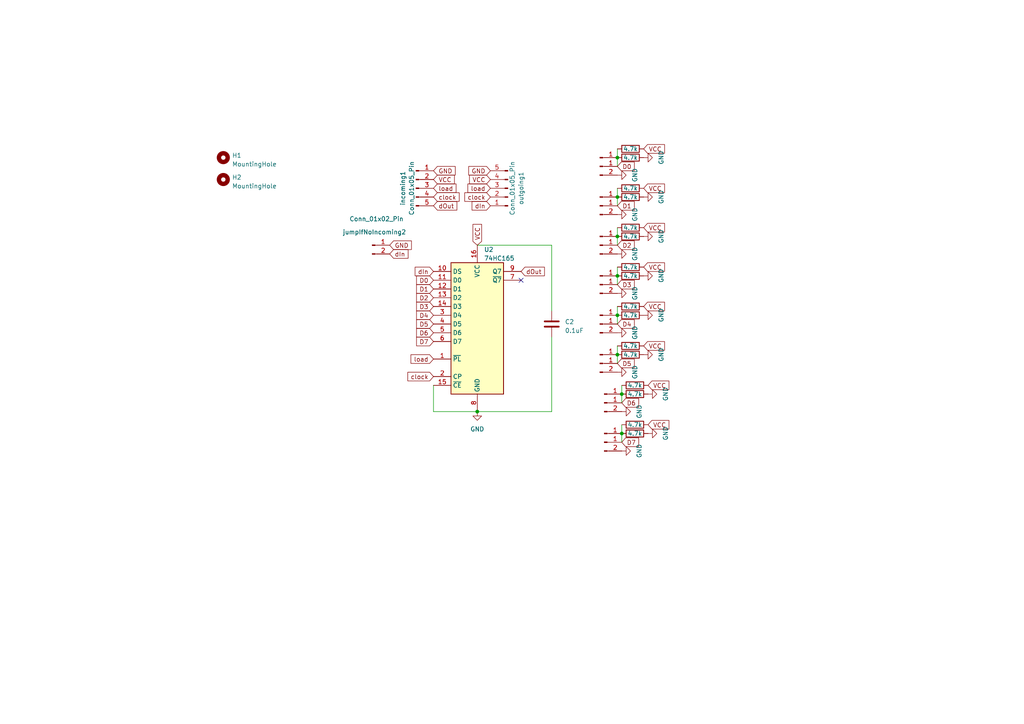
<source format=kicad_sch>
(kicad_sch (version 20230121) (generator eeschema)
  (paper "A4")
  (lib_symbols
    (symbol "74xx:74HC165"
      (property "Reference" "U" (at -7.62 19.05 0))
      (property "Value" "74HC165" (at -7.62 -21.59 0))
      (symbol "74HC165_1_0"
        (pin input line (at -12.7 -10.16 0) (length 5.08) (name "~{PL}") (number "1"))
        (pin input line (at -12.7 15.24 0) (length 5.08) (name "DS") (number "10"))
        (pin input line (at -12.7 12.7 0) (length 5.08) (name "D0") (number "11"))
        (pin input line (at -12.7 10.16 0) (length 5.08) (name "D1") (number "12"))
        (pin input line (at -12.7 7.62 0) (length 5.08) (name "D2") (number "13"))
        (pin input line (at -12.7 5.08 0) (length 5.08) (name "D3") (number "14"))
        (pin input line (at -12.7 -17.78 0) (length 5.08) (name "~{CE}") (number "15"))
        (pin power_in line (at 0 22.86 270) (length 5.08) (name "VCC") (number "16"))
        (pin input line (at -12.7 -15.24 0) (length 5.08) (name "CP") (number "2"))
        (pin input line (at -12.7 2.54 0) (length 5.08) (name "D4") (number "3"))
        (pin input line (at -12.7 0 0) (length 5.08) (name "D5") (number "4"))
        (pin input line (at -12.7 -2.54 0) (length 5.08) (name "D6") (number "5"))
        (pin input line (at -12.7 -5.08 0) (length 5.08) (name "D7") (number "6"))
        (pin output line (at 12.7 12.7 180) (length 5.08) (name "~{Q7}") (number "7"))
        (pin power_in line (at 0 -25.4 90) (length 5.08) (name "GND") (number "8"))
        (pin output line (at 12.7 15.24 180) (length 5.08) (name "Q7") (number "9"))
      )
      (symbol "74HC165_1_1"
        (rectangle (start -7.62 17.78) (end 7.62 -20.32) (stroke (width 0.254)) (fill (type background)))
      )
    )
    (symbol "Connector:Conn_01x01_Pin" (pin_names (offset 1.016) hide)
      (property "Reference" "J" (at 0 2.54 0))
      (property "Value" "Conn_01x01_Pin" (at 0 -2.54 0))
      (symbol "Conn_01x01_Pin_1_1"
        (polyline (pts (xy 1.27 0) (xy 0.8636 0)) (stroke (width 0.1524)))
        (rectangle (start 0.8636 0.127) (end 0 -0.127) (stroke (width 0.1524)) (fill (type outline)))
        (pin passive line (at 5.08 0 180) (length 3.81) (name "Pin_1") (number "1"))
      )
    )
    (symbol "Connector:Conn_01x02_Pin" (pin_names (offset 1.016) hide)
      (property "Reference" "J" (at 0 2.54 0))
      (property "Value" "Conn_01x02_Pin" (at 0 -5.08 0))
      (symbol "Conn_01x02_Pin_1_1"
        (polyline (pts (xy 1.27 -2.54) (xy 0.8636 -2.54)) (stroke (width 0.1524)))
        (polyline (pts (xy 1.27 0) (xy 0.8636 0)) (stroke (width 0.1524)))
        (rectangle (start 0.8636 -2.413) (end 0 -2.667) (stroke (width 0.1524)) (fill (type outline)))
        (rectangle (start 0.8636 0.127) (end 0 -0.127) (stroke (width 0.1524)) (fill (type outline)))
        (pin passive line (at 5.08 0 180) (length 3.81) (name "Pin_1") (number "1"))
        (pin passive line (at 5.08 -2.54 180) (length 3.81) (name "Pin_2") (number "2"))
      )
    )
    (symbol "Connector:Conn_01x05_Pin" (pin_names (offset 1.016) hide)
      (property "Reference" "J" (at 0 7.62 0))
      (property "Value" "Conn_01x05_Pin" (at 0 -7.62 0))
      (symbol "Conn_01x05_Pin_1_1"
        (polyline (pts (xy 1.27 -5.08) (xy 0.8636 -5.08)) (stroke (width 0.1524)))
        (polyline (pts (xy 1.27 -2.54) (xy 0.8636 -2.54)) (stroke (width 0.1524)))
        (polyline (pts (xy 1.27 0) (xy 0.8636 0)) (stroke (width 0.1524)))
        (polyline (pts (xy 1.27 2.54) (xy 0.8636 2.54)) (stroke (width 0.1524)))
        (polyline (pts (xy 1.27 5.08) (xy 0.8636 5.08)) (stroke (width 0.1524)))
        (rectangle (start 0.8636 -4.953) (end 0 -5.207) (stroke (width 0.1524)) (fill (type outline)))
        (rectangle (start 0.8636 -2.413) (end 0 -2.667) (stroke (width 0.1524)) (fill (type outline)))
        (rectangle (start 0.8636 0.127) (end 0 -0.127) (stroke (width 0.1524)) (fill (type outline)))
        (rectangle (start 0.8636 2.667) (end 0 2.413) (stroke (width 0.1524)) (fill (type outline)))
        (rectangle (start 0.8636 5.207) (end 0 4.953) (stroke (width 0.1524)) (fill (type outline)))
        (pin passive line (at 5.08 5.08 180) (length 3.81) (name "Pin_1") (number "1"))
        (pin passive line (at 5.08 2.54 180) (length 3.81) (name "Pin_2") (number "2"))
        (pin passive line (at 5.08 0 180) (length 3.81) (name "Pin_3") (number "3"))
        (pin passive line (at 5.08 -2.54 180) (length 3.81) (name "Pin_4") (number "4"))
        (pin passive line (at 5.08 -5.08 180) (length 3.81) (name "Pin_5") (number "5"))
      )
    )
    (symbol "Device:C" (pin_numbers hide) (pin_names (offset 0.254))
      (property "Reference" "C" (at 0.635 2.54 0))
      (property "Value" "C" (at 0.635 -2.54 0))
      (symbol "C_0_1"
        (polyline (pts (xy -2.032 -0.762) (xy 2.032 -0.762)) (stroke (width 0.508)))
        (polyline (pts (xy -2.032 0.762) (xy 2.032 0.762)) (stroke (width 0.508)))
      )
      (symbol "C_1_1"
        (pin passive line (at 0 3.81 270) (length 2.794) (name "~") (number "1"))
        (pin passive line (at 0 -3.81 90) (length 2.794) (name "~") (number "2"))
      )
    )
    (symbol "Device:R" (pin_numbers hide) (pin_names (offset 0))
      (property "Reference" "R" (at 2.032 0 90))
      (property "Value" "R" (at 0 0 90))
      (symbol "R_0_1"
        (rectangle (start -1.016 -2.54) (end 1.016 2.54) (stroke (width 0.254)))
      )
      (symbol "R_1_1"
        (pin passive line (at 0 3.81 270) (length 1.27) (name "~") (number "1"))
        (pin passive line (at 0 -3.81 90) (length 1.27) (name "~") (number "2"))
      )
    )
    (symbol "Mechanical:MountingHole" (pin_names (offset 1.016))
      (property "Reference" "H" (at 0 5.08 0))
      (property "Value" "MountingHole" (at 0 3.175 0))
      (symbol "MountingHole_0_1"
        (circle (center 0 0) (radius 1.27) (stroke (width 1.27)))
      )
    )
    (symbol "power:GND" (power) (pin_names (offset 0))
      (property "Value" "GND" (at 0 -3.81 0))
      (symbol "GND_0_1"
        (polyline (pts (xy 0 0) (xy 0 -1.27) (xy 1.27 -1.27) (xy 0 -2.54) (xy -1.27 -1.27) (xy 0 -1.27)))
      )
      (symbol "GND_1_1"
        (pin power_in line (at 0 0 270) (length 0) hide (name "GND") (number "1"))
      )
    )
  )
  (junction (at 138.43 119.38))
  (junction (at 179.07 102.87))
  (junction (at 179.07 68.58))
  (junction (at 180.34 125.73))
  (junction (at 179.07 80.01))
  (junction (at 179.07 91.44))
  (junction (at 179.07 45.72))
  (junction (at 179.07 57.15))
  (junction (at 180.34 114.3))
  (no_connect (at 151.13 81.28))
  (wire (pts (xy 160.02 119.38) (xy 160.02 97.79)))
  (wire (pts (xy 138.43 71.12) (xy 160.02 71.12)))
  (wire (pts (xy 160.02 71.12) (xy 160.02 90.17)))
  (wire (pts (xy 179.07 80.01) (xy 179.07 82.55)))
  (wire (pts (xy 180.34 111.76) (xy 180.34 114.3)))
  (wire (pts (xy 179.07 91.44) (xy 179.07 93.98)))
  (wire (pts (xy 180.34 114.3) (xy 180.34 116.84)))
  (wire (pts (xy 179.07 57.15) (xy 179.07 59.69)))
  (wire (pts (xy 179.07 100.33) (xy 179.07 102.87)))
  (wire (pts (xy 138.43 119.38) (xy 160.02 119.38)))
  (wire (pts (xy 179.07 77.47) (xy 179.07 80.01)))
  (wire (pts (xy 180.34 125.73) (xy 180.34 128.27)))
  (wire (pts (xy 179.07 43.18) (xy 179.07 45.72)))
  (wire (pts (xy 179.07 66.04) (xy 179.07 68.58)))
  (wire (pts (xy 180.34 123.19) (xy 180.34 125.73)))
  (wire (pts (xy 125.73 119.38) (xy 138.43 119.38)))
  (wire (pts (xy 179.07 102.87) (xy 179.07 105.41)))
  (wire (pts (xy 179.07 88.9) (xy 179.07 91.44)))
  (wire (pts (xy 179.07 54.61) (xy 179.07 57.15)))
  (wire (pts (xy 125.73 111.76) (xy 125.73 119.38)))
  (wire (pts (xy 179.07 45.72) (xy 179.07 48.26)))
  (wire (pts (xy 179.07 68.58) (xy 179.07 71.12)))
  (global_label "D5" (shape input) (at 125.73 93.98 180) (property "Intersheetrefs" "${INTERSHEET_REFS}" (effects hide)))
  (global_label "VCC" (shape input) (at 186.69 100.33 0) (property "Intersheetrefs" "${INTERSHEET_REFS}" (effects hide)))
  (global_label "load" (shape input) (at 125.73 104.14 180) (property "Intersheetrefs" "${INTERSHEET_REFS}" (effects hide)))
  (global_label "VCC" (shape input) (at 186.69 77.47 0) (property "Intersheetrefs" "${INTERSHEET_REFS}" (effects hide)))
  (global_label "D6" (shape input) (at 180.34 116.84 0) (property "Intersheetrefs" "${INTERSHEET_REFS}" (effects hide)))
  (global_label "VCC" (shape input) (at 186.69 88.9 0) (property "Intersheetrefs" "${INTERSHEET_REFS}" (effects hide)))
  (global_label "clock" (shape input) (at 142.24 57.15 180) (property "Intersheetrefs" "${INTERSHEET_REFS}" (effects hide)))
  (global_label "GND" (shape input) (at 125.73 49.53 0) (property "Intersheetrefs" "${INTERSHEET_REFS}" (effects hide)))
  (global_label "VCC" (shape input) (at 142.24 52.07 180) (property "Intersheetrefs" "${INTERSHEET_REFS}" (effects hide)))
  (global_label "D4" (shape input) (at 179.07 93.98 0) (property "Intersheetrefs" "${INTERSHEET_REFS}" (effects hide)))
  (global_label "D7" (shape input) (at 180.34 128.27 0) (property "Intersheetrefs" "${INTERSHEET_REFS}" (effects hide)))
  (global_label "VCC" (shape input) (at 138.43 71.12 90) (property "Intersheetrefs" "${INTERSHEET_REFS}" (effects hide)))
  (global_label "VCC" (shape input) (at 186.69 43.18 0) (property "Intersheetrefs" "${INTERSHEET_REFS}" (effects hide)))
  (global_label "VCC" (shape input) (at 186.69 54.61 0) (property "Intersheetrefs" "${INTERSHEET_REFS}" (effects hide)))
  (global_label "D1" (shape input) (at 179.07 59.69 0) (property "Intersheetrefs" "${INTERSHEET_REFS}" (effects hide)))
  (global_label "D0" (shape input) (at 125.73 81.28 180) (property "Intersheetrefs" "${INTERSHEET_REFS}" (effects hide)))
  (global_label "clock" (shape input) (at 125.73 57.15 0) (property "Intersheetrefs" "${INTERSHEET_REFS}" (effects hide)))
  (global_label "D7" (shape input) (at 125.73 99.06 180) (property "Intersheetrefs" "${INTERSHEET_REFS}" (effects hide)))
  (global_label "dOut" (shape input) (at 125.73 59.69 0) (property "Intersheetrefs" "${INTERSHEET_REFS}" (effects hide)))
  (global_label "dIn" (shape input) (at 113.03 73.66 0) (property "Intersheetrefs" "${INTERSHEET_REFS}" (effects hide)))
  (global_label "dIn" (shape input) (at 142.24 59.69 180) (property "Intersheetrefs" "${INTERSHEET_REFS}" (effects hide)))
  (global_label "D0" (shape input) (at 179.07 48.26 0) (property "Intersheetrefs" "${INTERSHEET_REFS}" (effects hide)))
  (global_label "load" (shape input) (at 142.24 54.61 180) (property "Intersheetrefs" "${INTERSHEET_REFS}" (effects hide)))
  (global_label "VCC" (shape input) (at 187.96 111.76 0) (property "Intersheetrefs" "${INTERSHEET_REFS}" (effects hide)))
  (global_label "GND" (shape input) (at 113.03 71.12 0) (property "Intersheetrefs" "${INTERSHEET_REFS}" (effects hide)))
  (global_label "VCC" (shape input) (at 125.73 52.07 0) (property "Intersheetrefs" "${INTERSHEET_REFS}" (effects hide)))
  (global_label "D2" (shape input) (at 179.07 71.12 0) (property "Intersheetrefs" "${INTERSHEET_REFS}" (effects hide)))
  (global_label "GND" (shape input) (at 142.24 49.53 180) (property "Intersheetrefs" "${INTERSHEET_REFS}" (effects hide)))
  (global_label "D4" (shape input) (at 125.73 91.44 180) (property "Intersheetrefs" "${INTERSHEET_REFS}" (effects hide)))
  (global_label "VCC" (shape input) (at 187.96 123.19 0) (property "Intersheetrefs" "${INTERSHEET_REFS}" (effects hide)))
  (global_label "dOut" (shape input) (at 151.13 78.74 0) (property "Intersheetrefs" "${INTERSHEET_REFS}" (effects hide)))
  (global_label "D1" (shape input) (at 125.73 83.82 180) (property "Intersheetrefs" "${INTERSHEET_REFS}" (effects hide)))
  (global_label "D2" (shape input) (at 125.73 86.36 180) (property "Intersheetrefs" "${INTERSHEET_REFS}" (effects hide)))
  (global_label "D6" (shape input) (at 125.73 96.52 180) (property "Intersheetrefs" "${INTERSHEET_REFS}" (effects hide)))
  (global_label "VCC" (shape input) (at 186.69 66.04 0) (property "Intersheetrefs" "${INTERSHEET_REFS}" (effects hide)))
  (global_label "D3" (shape input) (at 179.07 82.55 0) (property "Intersheetrefs" "${INTERSHEET_REFS}" (effects hide)))
  (global_label "dIn" (shape input) (at 125.73 78.74 180) (property "Intersheetrefs" "${INTERSHEET_REFS}" (effects hide)))
  (global_label "load" (shape input) (at 125.73 54.61 0) (property "Intersheetrefs" "${INTERSHEET_REFS}" (effects hide)))
  (global_label "D3" (shape input) (at 125.73 88.9 180) (property "Intersheetrefs" "${INTERSHEET_REFS}" (effects hide)))
  (global_label "D5" (shape input) (at 179.07 105.41 0) (property "Intersheetrefs" "${INTERSHEET_REFS}" (effects hide)))
  (global_label "clock" (shape input) (at 125.73 109.22 180) (property "Intersheetrefs" "${INTERSHEET_REFS}" (effects hide)))
  (symbol (lib_id "Connector:Conn_01x05_Pin") (at 120.65 54.61 0) (unit 1)
    (property "Reference" "incoming1" (at 116.84 54.61 90))
    (property "Value" "Conn_01x05_Pin" (at 119.38 54.61 90))
    (property "Footprint" "Connector_Molex:Molex_KK-254_AE-6410-05A_1x05_P2.54mm_Vertical" (effects hide))
  )
  (symbol (lib_id "power:GND") (at 186.69 57.15 90) (unit 1)
    (property "Reference" "#PWR06" (effects hide))
    (property "Value" "GND" (at 191.77 57.15 0))
  )
  (symbol (lib_id "power:GND") (at 180.34 119.38 90) (unit 1)
    (property "Reference" "#PWR015" (effects hide))
    (property "Value" "GND" (at 185.42 119.38 0))
  )
  (symbol (lib_id "power:GND") (at 187.96 125.73 90) (unit 1)
    (property "Reference" "#PWR018" (effects hide))
    (property "Value" "GND" (at 193.04 125.73 0))
  )
  (symbol (lib_id "Connector:Conn_01x01_Pin") (at 173.99 45.72 0) (unit 1)
    (property "Reference" "J1" (effects hide))
    (property "Value" "Conn_01x01_Pin" (effects hide))
    (property "Footprint" "Connector_PinHeader_2.54mm:PinHeader_1x01_P2.54mm_Vertical" (effects hide))
  )
  (symbol (lib_id "Connector:Conn_01x02_Pin") (at 175.26 116.84 0) (unit 1)
    (property "Reference" "D14" (effects hide))
    (property "Value" "Conn_01x02_Pin" (effects hide))
    (property "Footprint" "Connector_Molex:Molex_KK-254_AE-6410-02A_1x02_P2.54mm_Vertical" (effects hide))
  )
  (symbol (lib_id "power:GND") (at 179.07 50.8 90) (unit 1)
    (property "Reference" "#PWR04" (effects hide))
    (property "Value" "GND" (at 184.15 50.8 0))
  )
  (symbol (lib_id "Device:R") (at 182.88 57.15 90) (unit 1)
    (property "Reference" "R4" (effects hide))
    (property "Value" "4.7k" (at 182.88 57.15 90))
    (property "Footprint" "Resistor_SMD:R_0805_2012Metric_Pad1.20x1.40mm_HandSolder" (effects hide))
  )
  (symbol (lib_id "power:GND") (at 179.07 96.52 90) (unit 1)
    (property "Reference" "#PWR011" (effects hide))
    (property "Value" "GND" (at 184.15 96.52 0))
  )
  (symbol (lib_id "power:GND") (at 179.07 107.95 90) (unit 1)
    (property "Reference" "#PWR013" (effects hide))
    (property "Value" "GND" (at 184.15 107.95 0))
  )
  (symbol (lib_id "Mechanical:MountingHole") (at 64.77 45.72 0) (unit 1)
    (property "Reference" "H1" (at 67.31 45.085 0) (effects (justify left)))
    (property "Value" "MountingHole" (at 67.31 47.625 0) (effects (justify left)))
    (property "Footprint" "MountingHole:MountingHole_3.2mm_M3" (effects hide))
  )
  (symbol (lib_id "Mechanical:MountingHole") (at 64.77 52.07 0) (unit 1)
    (property "Reference" "H2" (at 67.31 51.435 0) (effects (justify left)))
    (property "Value" "MountingHole" (at 67.31 53.975 0) (effects (justify left)))
    (property "Footprint" "MountingHole:MountingHole_3.2mm_M3" (effects hide))
  )
  (symbol (lib_id "Device:R") (at 182.88 91.44 90) (unit 1)
    (property "Reference" "R10" (effects hide))
    (property "Value" "4.7k" (at 182.88 91.44 90))
    (property "Footprint" "Resistor_SMD:R_0805_2012Metric_Pad1.20x1.40mm_HandSolder" (effects hide))
  )
  (symbol (lib_id "power:GND") (at 186.69 68.58 90) (unit 1)
    (property "Reference" "#PWR08" (effects hide))
    (property "Value" "GND" (at 191.77 68.58 0))
  )
  (symbol (lib_id "Device:R") (at 182.88 43.18 90) (unit 1)
    (property "Reference" "R1" (effects hide))
    (property "Value" "4.7k" (at 182.88 43.18 90))
    (property "Footprint" "Resistor_SMD:R_0805_2012Metric_Pad1.20x1.40mm_HandSolder" (effects hide))
  )
  (symbol (lib_id "Connector:Conn_01x02_Pin") (at 173.99 93.98 0) (unit 1)
    (property "Reference" "D12" (effects hide))
    (property "Value" "Conn_01x02_Pin" (effects hide))
    (property "Footprint" "Connector_Molex:Molex_KK-254_AE-6410-02A_1x02_P2.54mm_Vertical" (effects hide))
  )
  (symbol (lib_id "Connector:Conn_01x01_Pin") (at 175.26 125.73 0) (unit 1)
    (property "Reference" "J8" (effects hide))
    (property "Value" "Conn_01x01_Pin" (effects hide))
    (property "Footprint" "Connector_PinHeader_2.54mm:PinHeader_1x01_P2.54mm_Vertical" (effects hide))
  )
  (symbol (lib_id "Connector:Conn_01x02_Pin") (at 173.99 71.12 0) (unit 1)
    (property "Reference" "D10" (effects hide))
    (property "Value" "Conn_01x02_Pin" (effects hide))
    (property "Footprint" "Connector_Molex:Molex_KK-254_AE-6410-02A_1x02_P2.54mm_Vertical" (effects hide))
  )
  (symbol (lib_id "Device:R") (at 184.15 114.3 90) (unit 1)
    (property "Reference" "R14" (effects hide))
    (property "Value" "4.7k" (at 184.15 114.3 90))
    (property "Footprint" "Resistor_SMD:R_0805_2012Metric_Pad1.20x1.40mm_HandSolder" (effects hide))
  )
  (symbol (lib_id "power:GND") (at 138.43 119.38 0) (unit 1)
    (property "Reference" "#PWR02" (effects hide))
    (property "Value" "GND" (at 138.43 124.46 0))
  )
  (symbol (lib_id "Connector:Conn_01x01_Pin") (at 173.99 68.58 0) (unit 1)
    (property "Reference" "J3" (effects hide))
    (property "Value" "Conn_01x01_Pin" (effects hide))
    (property "Footprint" "Connector_PinHeader_2.54mm:PinHeader_1x01_P2.54mm_Vertical" (effects hide))
  )
  (symbol (lib_id "Connector:Conn_01x02_Pin") (at 173.99 59.69 0) (unit 1)
    (property "Reference" "D9" (effects hide))
    (property "Value" "Conn_01x02_Pin" (effects hide))
    (property "Footprint" "Connector_Molex:Molex_KK-254_AE-6410-02A_1x02_P2.54mm_Vertical" (effects hide))
  )
  (symbol (lib_id "power:GND") (at 186.69 102.87 90) (unit 1)
    (property "Reference" "#PWR014" (effects hide))
    (property "Value" "GND" (at 191.77 102.87 0))
  )
  (symbol (lib_id "Device:R") (at 182.88 66.04 90) (unit 1)
    (property "Reference" "R5" (effects hide))
    (property "Value" "4.7k" (at 182.88 66.04 90))
    (property "Footprint" "Resistor_SMD:R_0805_2012Metric_Pad1.20x1.40mm_HandSolder" (effects hide))
  )
  (symbol (lib_id "Device:R") (at 182.88 80.01 90) (unit 1)
    (property "Reference" "R8" (effects hide))
    (property "Value" "4.7k" (at 182.88 80.01 90))
    (property "Footprint" "Resistor_SMD:R_0805_2012Metric_Pad1.20x1.40mm_HandSolder" (effects hide))
  )
  (symbol (lib_id "power:GND") (at 187.96 114.3 90) (unit 1)
    (property "Reference" "#PWR016" (effects hide))
    (property "Value" "GND" (at 193.04 114.3 0))
  )
  (symbol (lib_id "Device:R") (at 184.15 111.76 90) (unit 1)
    (property "Reference" "R13" (effects hide))
    (property "Value" "4.7k" (at 184.15 111.76 90))
    (property "Footprint" "Resistor_SMD:R_0805_2012Metric_Pad1.20x1.40mm_HandSolder" (effects hide))
  )
  (symbol (lib_id "Device:R") (at 182.88 45.72 90) (unit 1)
    (property "Reference" "R2" (effects hide))
    (property "Value" "4.7k" (at 182.88 45.72 90))
    (property "Footprint" "Resistor_SMD:R_0805_2012Metric_Pad1.20x1.40mm_HandSolder" (effects hide))
  )
  (symbol (lib_id "Connector:Conn_01x02_Pin") (at 175.26 128.27 0) (unit 1)
    (property "Reference" "D15" (effects hide))
    (property "Value" "Conn_01x02_Pin" (effects hide))
    (property "Footprint" "Connector_Molex:Molex_KK-254_AE-6410-02A_1x02_P2.54mm_Vertical" (effects hide))
  )
  (symbol (lib_id "Connector:Conn_01x02_Pin") (at 173.99 105.41 0) (unit 1)
    (property "Reference" "D13" (effects hide))
    (property "Value" "Conn_01x02_Pin" (effects hide))
    (property "Footprint" "Connector_Molex:Molex_KK-254_AE-6410-02A_1x02_P2.54mm_Vertical" (effects hide))
  )
  (symbol (lib_id "Connector:Conn_01x01_Pin") (at 173.99 80.01 0) (unit 1)
    (property "Reference" "J4" (effects hide))
    (property "Value" "Conn_01x01_Pin" (effects hide))
    (property "Footprint" "Connector_PinHeader_2.54mm:PinHeader_1x01_P2.54mm_Vertical" (effects hide))
  )
  (symbol (lib_id "power:GND") (at 179.07 85.09 90) (unit 1)
    (property "Reference" "#PWR09" (effects hide))
    (property "Value" "GND" (at 184.15 85.09 0))
  )
  (symbol (lib_id "Device:R") (at 182.88 88.9 90) (unit 1)
    (property "Reference" "R9" (effects hide))
    (property "Value" "4.7k" (at 182.88 88.9 90))
    (property "Footprint" "Resistor_SMD:R_0805_2012Metric_Pad1.20x1.40mm_HandSolder" (effects hide))
  )
  (symbol (lib_id "Connector:Conn_01x02_Pin") (at 173.99 48.26 0) (unit 1)
    (property "Reference" "D8" (effects hide))
    (property "Value" "Conn_01x02_Pin" (effects hide))
    (property "Footprint" "Connector_Molex:Molex_KK-254_AE-6410-02A_1x02_P2.54mm_Vertical" (effects hide))
  )
  (symbol (lib_id "Device:R") (at 182.88 100.33 90) (unit 1)
    (property "Reference" "R11" (effects hide))
    (property "Value" "4.7k" (at 182.88 100.33 90))
    (property "Footprint" "Resistor_SMD:R_0805_2012Metric_Pad1.20x1.40mm_HandSolder" (effects hide))
  )
  (symbol (lib_id "power:GND") (at 186.69 45.72 90) (unit 1)
    (property "Reference" "#PWR03" (effects hide))
    (property "Value" "GND" (at 191.77 45.72 0))
  )
  (symbol (lib_id "Device:R") (at 182.88 102.87 90) (unit 1)
    (property "Reference" "R12" (effects hide))
    (property "Value" "4.7k" (at 182.88 102.87 90))
    (property "Footprint" "Resistor_SMD:R_0805_2012Metric_Pad1.20x1.40mm_HandSolder" (effects hide))
  )
  (symbol (lib_id "Device:C") (at 160.02 93.98 0) (unit 1)
    (property "Reference" "C2" (at 163.83 93.345 0) (effects (justify left)))
    (property "Value" "0.1uF" (at 163.83 95.885 0) (effects (justify left)))
    (property "Footprint" "Capacitor_SMD:C_0805_2012Metric_Pad1.18x1.45mm_HandSolder" (effects hide))
  )
  (symbol (lib_id "Connector:Conn_01x02_Pin") (at 107.95 71.12 0) (unit 1)
    (property "Reference" "jumpIfNoIncoming2" (at 108.585 67.31 0))
    (property "Value" "Conn_01x02_Pin" (at 109.22 63.5 0))
    (property "Footprint" "Jumper:SolderJumper-2_P1.3mm_Open_RoundedPad1.0x1.5mm" (effects hide))
  )
  (symbol (lib_id "Connector:Conn_01x01_Pin") (at 173.99 91.44 0) (unit 1)
    (property "Reference" "J5" (effects hide))
    (property "Value" "Conn_01x01_Pin" (effects hide))
    (property "Footprint" "Connector_PinHeader_2.54mm:PinHeader_1x01_P2.54mm_Vertical" (effects hide))
  )
  (symbol (lib_id "74xx:74HC165") (at 138.43 93.98 0) (unit 1)
    (property "Reference" "U2" (at 140.3859 72.39 0) (effects (justify left)))
    (property "Value" "74HC165" (at 140.3859 74.93 0) (effects (justify left)))
    (property "Footprint" "Package_SO:SOIC-16_3.9x9.9mm_P1.27mm" (effects hide))
    (property "Datasheet" "https://assets.nexperia.com/documents/data-sheet/74HC_HCT165.pdf" (effects hide))
  )
  (symbol (lib_id "Device:R") (at 184.15 123.19 90) (unit 1)
    (property "Reference" "R15" (effects hide))
    (property "Value" "4.7k" (at 184.15 123.19 90))
    (property "Footprint" "Resistor_SMD:R_0805_2012Metric_Pad1.20x1.40mm_HandSolder" (effects hide))
  )
  (symbol (lib_id "Connector:Conn_01x01_Pin") (at 175.26 114.3 0) (unit 1)
    (property "Reference" "J7" (effects hide))
    (property "Value" "Conn_01x01_Pin" (effects hide))
    (property "Footprint" "Connector_PinHeader_2.54mm:PinHeader_1x01_P2.54mm_Vertical" (effects hide))
  )
  (symbol (lib_id "Device:R") (at 184.15 125.73 90) (unit 1)
    (property "Reference" "R16" (effects hide))
    (property "Value" "4.7k" (at 184.15 125.73 90))
    (property "Footprint" "Resistor_SMD:R_0805_2012Metric_Pad1.20x1.40mm_HandSolder" (effects hide))
  )
  (symbol (lib_id "Device:R") (at 182.88 54.61 90) (unit 1)
    (property "Reference" "R3" (effects hide))
    (property "Value" "4.7k" (at 182.88 54.61 90))
    (property "Footprint" "Resistor_SMD:R_0805_2012Metric_Pad1.20x1.40mm_HandSolder" (effects hide))
  )
  (symbol (lib_id "Connector:Conn_01x05_Pin") (at 147.32 54.61 180) (unit 1)
    (property "Reference" "outgoing1" (at 151.13 54.61 90))
    (property "Value" "Conn_01x05_Pin" (at 148.59 54.61 90))
    (property "Footprint" "Connector_Molex:Molex_KK-254_AE-6410-05A_1x05_P2.54mm_Vertical" (effects hide))
  )
  (symbol (lib_id "power:GND") (at 180.34 130.81 90) (unit 1)
    (property "Reference" "#PWR017" (effects hide))
    (property "Value" "GND" (at 185.42 130.81 0))
  )
  (symbol (lib_id "power:GND") (at 186.69 91.44 90) (unit 1)
    (property "Reference" "#PWR012" (effects hide))
    (property "Value" "GND" (at 191.77 91.44 0))
  )
  (symbol (lib_id "Device:R") (at 182.88 77.47 90) (unit 1)
    (property "Reference" "R7" (effects hide))
    (property "Value" "4.7k" (at 182.88 77.47 90))
    (property "Footprint" "Resistor_SMD:R_0805_2012Metric_Pad1.20x1.40mm_HandSolder" (effects hide))
  )
  (symbol (lib_id "Connector:Conn_01x01_Pin") (at 173.99 102.87 0) (unit 1)
    (property "Reference" "J6" (effects hide))
    (property "Value" "Conn_01x01_Pin" (effects hide))
    (property "Footprint" "Connector_PinHeader_2.54mm:PinHeader_1x01_P2.54mm_Vertical" (effects hide))
  )
  (symbol (lib_id "power:GND") (at 179.07 73.66 90) (unit 1)
    (property "Reference" "#PWR07" (effects hide))
    (property "Value" "GND" (at 184.15 73.66 0))
  )
  (symbol (lib_id "Connector:Conn_01x01_Pin") (at 173.99 57.15 0) (unit 1)
    (property "Reference" "J2" (effects hide))
    (property "Value" "Conn_01x01_Pin" (effects hide))
    (property "Footprint" "Connector_PinHeader_2.54mm:PinHeader_1x01_P2.54mm_Vertical" (effects hide))
  )
  (symbol (lib_id "power:GND") (at 179.07 62.23 90) (unit 1)
    (property "Reference" "#PWR05" (effects hide))
    (property "Value" "GND" (at 184.15 62.23 0))
  )
  (symbol (lib_id "Device:R") (at 182.88 68.58 90) (unit 1)
    (property "Reference" "R6" (effects hide))
    (property "Value" "4.7k" (at 182.88 68.58 90))
    (property "Footprint" "Resistor_SMD:R_0805_2012Metric_Pad1.20x1.40mm_HandSolder" (effects hide))
  )
  (symbol (lib_id "Connector:Conn_01x02_Pin") (at 173.99 82.55 0) (unit 1)
    (property "Reference" "D11" (effects hide))
    (property "Value" "Conn_01x02_Pin" (effects hide))
    (property "Footprint" "Connector_Molex:Molex_KK-254_AE-6410-02A_1x02_P2.54mm_Vertical" (effects hide))
  )
  (symbol (lib_id "power:GND") (at 186.69 80.01 90) (unit 1)
    (property "Reference" "#PWR010" (effects hide))
    (property "Value" "GND" (at 191.77 80.01 0))
  )
)
</source>
